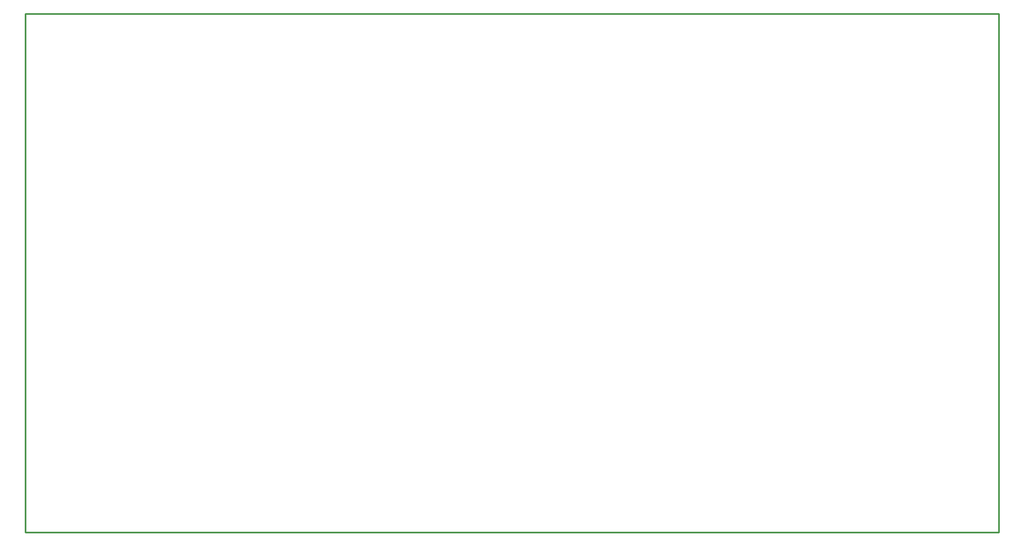
<source format=gm1>
%FSLAX23Y23*%
%MOIN*%
G70*
G01*
G75*
%ADD10R,0.060X0.650*%
%ADD11R,1.000X0.320*%
%ADD12R,0.070X0.070*%
%ADD13R,0.063X0.071*%
%ADD14R,0.030X0.045*%
%ADD15R,0.090X0.170*%
%ADD16C,0.040*%
%ADD17C,0.010*%
%ADD18C,0.080*%
%ADD19C,0.150*%
%ADD20C,0.060*%
%ADD21C,0.050*%
%ADD22C,0.072*%
%ADD23C,0.070*%
%ADD24C,0.059*%
%ADD25C,0.059*%
%ADD26C,0.179*%
%ADD27R,0.059X0.059*%
%ADD28C,0.067*%
%ADD29C,0.067*%
%ADD30R,0.067X0.067*%
%ADD31C,0.187*%
%ADD32C,0.187*%
%ADD33C,0.060*%
%ADD34R,0.072X0.072*%
%ADD35R,0.113X0.113*%
%ADD36C,0.082*%
%ADD37C,0.113*%
%ADD38C,0.125*%
%ADD39C,0.129*%
%ADD40C,0.050*%
%ADD41C,0.008*%
%ADD42C,0.006*%
%ADD43R,0.312X0.837*%
%ADD44R,0.068X0.658*%
%ADD45R,1.008X0.328*%
%ADD46R,0.078X0.078*%
%ADD47R,0.071X0.079*%
%ADD48R,0.038X0.053*%
%ADD49R,0.098X0.178*%
%ADD50C,0.080*%
%ADD51C,0.078*%
%ADD52C,0.008*%
%ADD53C,0.067*%
%ADD54C,0.067*%
%ADD55C,0.187*%
%ADD56R,0.067X0.067*%
%ADD57C,0.075*%
%ADD58C,0.075*%
%ADD59R,0.075X0.075*%
%ADD60C,0.195*%
%ADD61C,0.195*%
%ADD62C,0.068*%
%ADD63R,0.080X0.080*%
%ADD64R,0.121X0.121*%
%ADD65C,0.090*%
%ADD66C,0.121*%
%ADD67C,0.133*%
%ADD68C,0.137*%
%ADD69C,0.058*%
D17*
X-1594Y4550D02*
X4311D01*
X-1594Y1400D02*
Y4550D01*
X1039Y1400D02*
X4311D01*
Y4550D01*
X-1594Y1400D02*
X1039D01*
M02*

</source>
